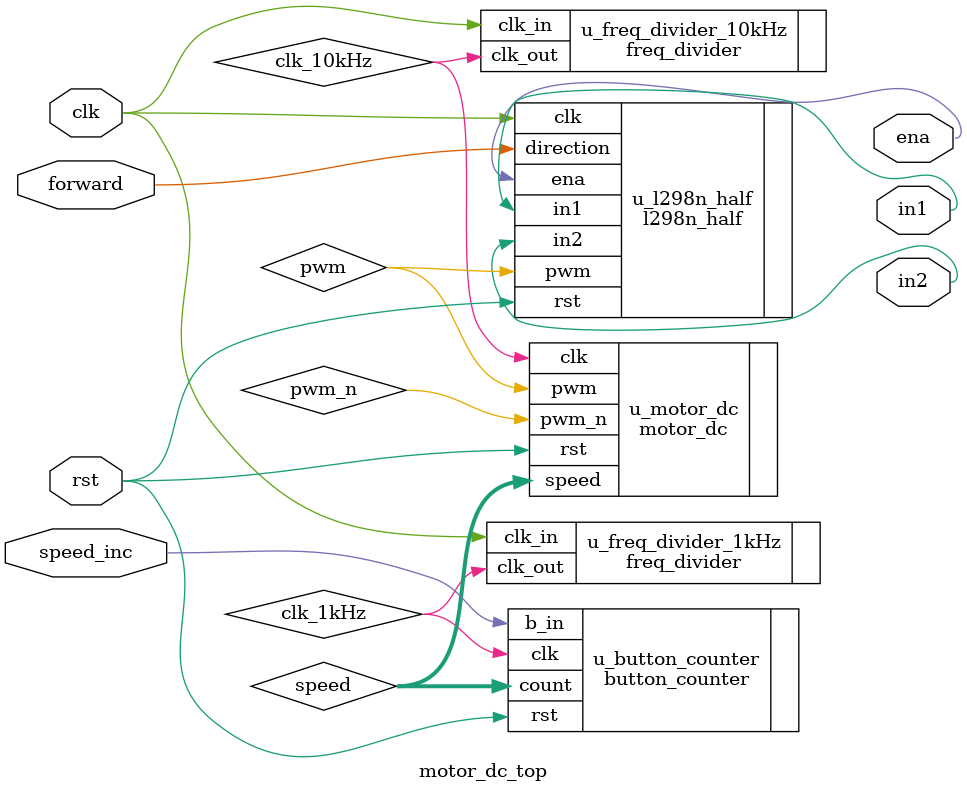
<source format=v>

`include "include/modules.v"

module motor_dc_top (
    input wire clk,
    input wire rst,
    input wire speed_inc,
    input wire forward,
    output wire ena,
    output wire in1,
    output wire in2
);

wire clk_10kHz;
wire clk_1kHz;
wire [7:0] speed;
wire pwm, pwm_n;

freq_divider #(.DIV(28'd1200)) u_freq_divider_10kHz (
    .clk_in(clk),
    .clk_out(clk_10kHz)
);

freq_divider #(.DIV(28'd12000)) u_freq_divider_1kHz (
    .clk_in(clk),
    .clk_out(clk_1kHz)
);

button_counter #(
    .WIDTH(8),         // output [7:0] count
    .STEP(8'd50)
) u_button_counter (
    .clk(clk_1kHz),
    .rst(rst),
    .b_in(speed_inc),
    .count(speed)
);

motor_dc u_motor_dc (
    .clk(clk_10kHz),
    .rst(rst),
    .speed(speed),
    .pwm(pwm),
    .pwm_n(pwm_n)
);

l298n_half u_l298n_half (
    .clk(clk),
    .rst(rst),
    .pwm(pwm),
    .direction(forward),
    .ena(ena),
    .in1(in1),
    .in2(in2)
);

endmodule
</source>
